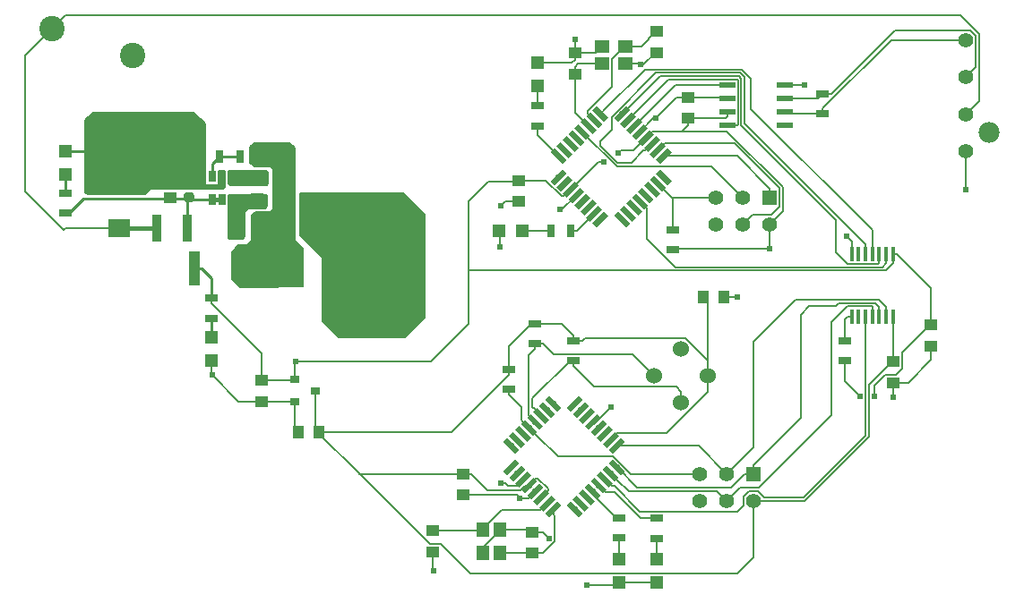
<source format=gbr>
G04 #@! TF.GenerationSoftware,KiCad,Pcbnew,5.1.4-e60b266~84~ubuntu16.04.1*
G04 #@! TF.CreationDate,2020-01-29T21:56:32-05:00*
G04 #@! TF.ProjectId,tire_temp,74697265-5f74-4656-9d70-2e6b69636164,rev?*
G04 #@! TF.SameCoordinates,Original*
G04 #@! TF.FileFunction,Copper,L1,Top*
G04 #@! TF.FilePolarity,Positive*
%FSLAX46Y46*%
G04 Gerber Fmt 4.6, Leading zero omitted, Abs format (unit mm)*
G04 Created by KiCad (PCBNEW 5.1.4-e60b266~84~ubuntu16.04.1) date 2020-01-29 21:56:32*
%MOMM*%
%LPD*%
G04 APERTURE LIST*
%ADD10C,1.524000*%
%ADD11C,0.550000*%
%ADD12C,0.100000*%
%ADD13R,1.400000X1.400000*%
%ADD14C,1.400000*%
%ADD15R,1.200000X2.000000*%
%ADD16R,1.780000X3.500000*%
%ADD17R,1.250000X1.000000*%
%ADD18R,0.900000X2.500000*%
%ADD19R,0.700000X1.300000*%
%ADD20R,1.300000X0.700000*%
%ADD21R,1.000000X3.200000*%
%ADD22R,0.650000X1.060000*%
%ADD23R,1.000000X1.600000*%
%ADD24R,1.000000X1.250000*%
%ADD25R,2.159000X1.778000*%
%ADD26R,1.200000X1.200000*%
%ADD27C,0.875000*%
%ADD28R,0.900000X0.800000*%
%ADD29R,0.450000X1.450000*%
%ADD30R,1.550000X0.600000*%
%ADD31R,1.400000X1.200000*%
%ADD32R,1.200000X1.400000*%
%ADD33C,1.397000*%
%ADD34C,1.981000*%
%ADD35C,2.400000*%
%ADD36C,0.800000*%
%ADD37C,0.609600*%
%ADD38C,0.250000*%
%ADD39C,0.381000*%
%ADD40C,0.152400*%
%ADD41C,0.254000*%
G04 APERTURE END LIST*
D10*
X164846000Y-110363000D03*
X167386000Y-112903000D03*
X164846000Y-115443000D03*
X162306000Y-112903000D03*
D11*
X148811897Y-121548305D03*
D12*
G36*
X148440666Y-122308445D02*
G01*
X148051757Y-121919536D01*
X149183128Y-120788165D01*
X149572037Y-121177074D01*
X148440666Y-122308445D01*
X148440666Y-122308445D01*
G37*
D11*
X149377583Y-122113990D03*
D12*
G36*
X149006352Y-122874130D02*
G01*
X148617443Y-122485221D01*
X149748814Y-121353850D01*
X150137723Y-121742759D01*
X149006352Y-122874130D01*
X149006352Y-122874130D01*
G37*
D11*
X149943268Y-122679676D03*
D12*
G36*
X149572037Y-123439816D02*
G01*
X149183128Y-123050907D01*
X150314499Y-121919536D01*
X150703408Y-122308445D01*
X149572037Y-123439816D01*
X149572037Y-123439816D01*
G37*
D11*
X150508953Y-123245361D03*
D12*
G36*
X150137722Y-124005501D02*
G01*
X149748813Y-123616592D01*
X150880184Y-122485221D01*
X151269093Y-122874130D01*
X150137722Y-124005501D01*
X150137722Y-124005501D01*
G37*
D11*
X151074639Y-123811047D03*
D12*
G36*
X150703408Y-124571187D02*
G01*
X150314499Y-124182278D01*
X151445870Y-123050907D01*
X151834779Y-123439816D01*
X150703408Y-124571187D01*
X150703408Y-124571187D01*
G37*
D11*
X151640324Y-124376732D03*
D12*
G36*
X151269093Y-125136872D02*
G01*
X150880184Y-124747963D01*
X152011555Y-123616592D01*
X152400464Y-124005501D01*
X151269093Y-125136872D01*
X151269093Y-125136872D01*
G37*
D11*
X152206010Y-124942417D03*
D12*
G36*
X151834779Y-125702557D02*
G01*
X151445870Y-125313648D01*
X152577241Y-124182277D01*
X152966150Y-124571186D01*
X151834779Y-125702557D01*
X151834779Y-125702557D01*
G37*
D11*
X152771695Y-125508103D03*
D12*
G36*
X152400464Y-126268243D02*
G01*
X152011555Y-125879334D01*
X153142926Y-124747963D01*
X153531835Y-125136872D01*
X152400464Y-126268243D01*
X152400464Y-126268243D01*
G37*
D11*
X154822305Y-125508103D03*
D12*
G36*
X155582445Y-125879334D02*
G01*
X155193536Y-126268243D01*
X154062165Y-125136872D01*
X154451074Y-124747963D01*
X155582445Y-125879334D01*
X155582445Y-125879334D01*
G37*
D11*
X155387990Y-124942417D03*
D12*
G36*
X156148130Y-125313648D02*
G01*
X155759221Y-125702557D01*
X154627850Y-124571186D01*
X155016759Y-124182277D01*
X156148130Y-125313648D01*
X156148130Y-125313648D01*
G37*
D11*
X155953676Y-124376732D03*
D12*
G36*
X156713816Y-124747963D02*
G01*
X156324907Y-125136872D01*
X155193536Y-124005501D01*
X155582445Y-123616592D01*
X156713816Y-124747963D01*
X156713816Y-124747963D01*
G37*
D11*
X156519361Y-123811047D03*
D12*
G36*
X157279501Y-124182278D02*
G01*
X156890592Y-124571187D01*
X155759221Y-123439816D01*
X156148130Y-123050907D01*
X157279501Y-124182278D01*
X157279501Y-124182278D01*
G37*
D11*
X157085047Y-123245361D03*
D12*
G36*
X157845187Y-123616592D02*
G01*
X157456278Y-124005501D01*
X156324907Y-122874130D01*
X156713816Y-122485221D01*
X157845187Y-123616592D01*
X157845187Y-123616592D01*
G37*
D11*
X157650732Y-122679676D03*
D12*
G36*
X158410872Y-123050907D02*
G01*
X158021963Y-123439816D01*
X156890592Y-122308445D01*
X157279501Y-121919536D01*
X158410872Y-123050907D01*
X158410872Y-123050907D01*
G37*
D11*
X158216417Y-122113990D03*
D12*
G36*
X158976557Y-122485221D02*
G01*
X158587648Y-122874130D01*
X157456277Y-121742759D01*
X157845186Y-121353850D01*
X158976557Y-122485221D01*
X158976557Y-122485221D01*
G37*
D11*
X158782103Y-121548305D03*
D12*
G36*
X159542243Y-121919536D02*
G01*
X159153334Y-122308445D01*
X158021963Y-121177074D01*
X158410872Y-120788165D01*
X159542243Y-121919536D01*
X159542243Y-121919536D01*
G37*
D11*
X158782103Y-119497695D03*
D12*
G36*
X158410872Y-120257835D02*
G01*
X158021963Y-119868926D01*
X159153334Y-118737555D01*
X159542243Y-119126464D01*
X158410872Y-120257835D01*
X158410872Y-120257835D01*
G37*
D11*
X158216417Y-118932010D03*
D12*
G36*
X157845186Y-119692150D02*
G01*
X157456277Y-119303241D01*
X158587648Y-118171870D01*
X158976557Y-118560779D01*
X157845186Y-119692150D01*
X157845186Y-119692150D01*
G37*
D11*
X157650732Y-118366324D03*
D12*
G36*
X157279501Y-119126464D02*
G01*
X156890592Y-118737555D01*
X158021963Y-117606184D01*
X158410872Y-117995093D01*
X157279501Y-119126464D01*
X157279501Y-119126464D01*
G37*
D11*
X157085047Y-117800639D03*
D12*
G36*
X156713816Y-118560779D02*
G01*
X156324907Y-118171870D01*
X157456278Y-117040499D01*
X157845187Y-117429408D01*
X156713816Y-118560779D01*
X156713816Y-118560779D01*
G37*
D11*
X156519361Y-117234953D03*
D12*
G36*
X156148130Y-117995093D02*
G01*
X155759221Y-117606184D01*
X156890592Y-116474813D01*
X157279501Y-116863722D01*
X156148130Y-117995093D01*
X156148130Y-117995093D01*
G37*
D11*
X155953676Y-116669268D03*
D12*
G36*
X155582445Y-117429408D02*
G01*
X155193536Y-117040499D01*
X156324907Y-115909128D01*
X156713816Y-116298037D01*
X155582445Y-117429408D01*
X155582445Y-117429408D01*
G37*
D11*
X155387990Y-116103583D03*
D12*
G36*
X155016759Y-116863723D02*
G01*
X154627850Y-116474814D01*
X155759221Y-115343443D01*
X156148130Y-115732352D01*
X155016759Y-116863723D01*
X155016759Y-116863723D01*
G37*
D11*
X154822305Y-115537897D03*
D12*
G36*
X154451074Y-116298037D02*
G01*
X154062165Y-115909128D01*
X155193536Y-114777757D01*
X155582445Y-115166666D01*
X154451074Y-116298037D01*
X154451074Y-116298037D01*
G37*
D11*
X152771695Y-115537897D03*
D12*
G36*
X153531835Y-115909128D02*
G01*
X153142926Y-116298037D01*
X152011555Y-115166666D01*
X152400464Y-114777757D01*
X153531835Y-115909128D01*
X153531835Y-115909128D01*
G37*
D11*
X152206010Y-116103583D03*
D12*
G36*
X152966150Y-116474814D02*
G01*
X152577241Y-116863723D01*
X151445870Y-115732352D01*
X151834779Y-115343443D01*
X152966150Y-116474814D01*
X152966150Y-116474814D01*
G37*
D11*
X151640324Y-116669268D03*
D12*
G36*
X152400464Y-117040499D02*
G01*
X152011555Y-117429408D01*
X150880184Y-116298037D01*
X151269093Y-115909128D01*
X152400464Y-117040499D01*
X152400464Y-117040499D01*
G37*
D11*
X151074639Y-117234953D03*
D12*
G36*
X151834779Y-117606184D02*
G01*
X151445870Y-117995093D01*
X150314499Y-116863722D01*
X150703408Y-116474813D01*
X151834779Y-117606184D01*
X151834779Y-117606184D01*
G37*
D11*
X150508953Y-117800639D03*
D12*
G36*
X151269093Y-118171870D02*
G01*
X150880184Y-118560779D01*
X149748813Y-117429408D01*
X150137722Y-117040499D01*
X151269093Y-118171870D01*
X151269093Y-118171870D01*
G37*
D11*
X149943268Y-118366324D03*
D12*
G36*
X150703408Y-118737555D02*
G01*
X150314499Y-119126464D01*
X149183128Y-117995093D01*
X149572037Y-117606184D01*
X150703408Y-118737555D01*
X150703408Y-118737555D01*
G37*
D11*
X149377583Y-118932010D03*
D12*
G36*
X150137723Y-119303241D02*
G01*
X149748814Y-119692150D01*
X148617443Y-118560779D01*
X149006352Y-118171870D01*
X150137723Y-119303241D01*
X150137723Y-119303241D01*
G37*
D11*
X148811897Y-119497695D03*
D12*
G36*
X149572037Y-119868926D02*
G01*
X149183128Y-120257835D01*
X148051757Y-119126464D01*
X148440666Y-118737555D01*
X149572037Y-119868926D01*
X149572037Y-119868926D01*
G37*
D13*
X173228000Y-96012000D03*
D14*
X173228000Y-98552000D03*
X170688000Y-96012000D03*
X170688000Y-98552000D03*
X168148000Y-96012000D03*
X168148000Y-98552000D03*
D15*
X125869700Y-98808540D03*
X122669700Y-98808540D03*
D16*
X127622300Y-102743000D03*
X132902300Y-102743000D03*
D17*
X124764800Y-96123000D03*
X124764800Y-94123000D03*
D18*
X115313800Y-98869500D03*
X118213800Y-98869500D03*
D19*
X125087420Y-92120720D03*
X123187420Y-92120720D03*
X119301220Y-92105480D03*
X121201220Y-92105480D03*
D20*
X120493000Y-105542000D03*
X120493000Y-107442000D03*
D21*
X125021200Y-102748080D03*
X118821200Y-102748080D03*
D22*
X122420600Y-94007800D03*
X121470600Y-94007800D03*
X120520600Y-94007800D03*
X120520600Y-96207800D03*
X122420600Y-96207800D03*
X121470600Y-96207800D03*
D23*
X127241300Y-96393000D03*
X130241300Y-96393000D03*
D24*
X127765300Y-98742500D03*
X129765300Y-98742500D03*
D25*
X111747300Y-94805500D03*
X111747300Y-98869500D03*
D26*
X120493000Y-109192000D03*
X120493000Y-111392000D03*
X106693000Y-93842000D03*
X106693000Y-91642000D03*
D20*
X106693000Y-97492000D03*
X106693000Y-95592000D03*
D17*
X116545360Y-94012000D03*
X116545360Y-96012000D03*
D12*
G36*
X118628991Y-95553553D02*
G01*
X118650226Y-95556703D01*
X118671050Y-95561919D01*
X118691262Y-95569151D01*
X118710668Y-95578330D01*
X118729081Y-95589366D01*
X118746324Y-95602154D01*
X118762230Y-95616570D01*
X118776646Y-95632476D01*
X118789434Y-95649719D01*
X118800470Y-95668132D01*
X118809649Y-95687538D01*
X118816881Y-95707750D01*
X118822097Y-95728574D01*
X118825247Y-95749809D01*
X118826300Y-95771250D01*
X118826300Y-96208750D01*
X118825247Y-96230191D01*
X118822097Y-96251426D01*
X118816881Y-96272250D01*
X118809649Y-96292462D01*
X118800470Y-96311868D01*
X118789434Y-96330281D01*
X118776646Y-96347524D01*
X118762230Y-96363430D01*
X118746324Y-96377846D01*
X118729081Y-96390634D01*
X118710668Y-96401670D01*
X118691262Y-96410849D01*
X118671050Y-96418081D01*
X118650226Y-96423297D01*
X118628991Y-96426447D01*
X118607550Y-96427500D01*
X118095050Y-96427500D01*
X118073609Y-96426447D01*
X118052374Y-96423297D01*
X118031550Y-96418081D01*
X118011338Y-96410849D01*
X117991932Y-96401670D01*
X117973519Y-96390634D01*
X117956276Y-96377846D01*
X117940370Y-96363430D01*
X117925954Y-96347524D01*
X117913166Y-96330281D01*
X117902130Y-96311868D01*
X117892951Y-96292462D01*
X117885719Y-96272250D01*
X117880503Y-96251426D01*
X117877353Y-96230191D01*
X117876300Y-96208750D01*
X117876300Y-95771250D01*
X117877353Y-95749809D01*
X117880503Y-95728574D01*
X117885719Y-95707750D01*
X117892951Y-95687538D01*
X117902130Y-95668132D01*
X117913166Y-95649719D01*
X117925954Y-95632476D01*
X117940370Y-95616570D01*
X117956276Y-95602154D01*
X117973519Y-95589366D01*
X117991932Y-95578330D01*
X118011338Y-95569151D01*
X118031550Y-95561919D01*
X118052374Y-95556703D01*
X118073609Y-95553553D01*
X118095050Y-95552500D01*
X118607550Y-95552500D01*
X118628991Y-95553553D01*
X118628991Y-95553553D01*
G37*
D27*
X118351300Y-95990000D03*
D12*
G36*
X118628991Y-93978553D02*
G01*
X118650226Y-93981703D01*
X118671050Y-93986919D01*
X118691262Y-93994151D01*
X118710668Y-94003330D01*
X118729081Y-94014366D01*
X118746324Y-94027154D01*
X118762230Y-94041570D01*
X118776646Y-94057476D01*
X118789434Y-94074719D01*
X118800470Y-94093132D01*
X118809649Y-94112538D01*
X118816881Y-94132750D01*
X118822097Y-94153574D01*
X118825247Y-94174809D01*
X118826300Y-94196250D01*
X118826300Y-94633750D01*
X118825247Y-94655191D01*
X118822097Y-94676426D01*
X118816881Y-94697250D01*
X118809649Y-94717462D01*
X118800470Y-94736868D01*
X118789434Y-94755281D01*
X118776646Y-94772524D01*
X118762230Y-94788430D01*
X118746324Y-94802846D01*
X118729081Y-94815634D01*
X118710668Y-94826670D01*
X118691262Y-94835849D01*
X118671050Y-94843081D01*
X118650226Y-94848297D01*
X118628991Y-94851447D01*
X118607550Y-94852500D01*
X118095050Y-94852500D01*
X118073609Y-94851447D01*
X118052374Y-94848297D01*
X118031550Y-94843081D01*
X118011338Y-94835849D01*
X117991932Y-94826670D01*
X117973519Y-94815634D01*
X117956276Y-94802846D01*
X117940370Y-94788430D01*
X117925954Y-94772524D01*
X117913166Y-94755281D01*
X117902130Y-94736868D01*
X117892951Y-94717462D01*
X117885719Y-94697250D01*
X117880503Y-94676426D01*
X117877353Y-94655191D01*
X117876300Y-94633750D01*
X117876300Y-94196250D01*
X117877353Y-94174809D01*
X117880503Y-94153574D01*
X117885719Y-94132750D01*
X117892951Y-94112538D01*
X117902130Y-94093132D01*
X117913166Y-94074719D01*
X117925954Y-94057476D01*
X117940370Y-94041570D01*
X117956276Y-94027154D01*
X117973519Y-94014366D01*
X117991932Y-94003330D01*
X118011338Y-93994151D01*
X118031550Y-93986919D01*
X118052374Y-93981703D01*
X118073609Y-93978553D01*
X118095050Y-93977500D01*
X118607550Y-93977500D01*
X118628991Y-93978553D01*
X118628991Y-93978553D01*
G37*
D27*
X118351300Y-94415000D03*
D17*
X149479000Y-94393000D03*
X149479000Y-96393000D03*
X144272000Y-122174000D03*
X144272000Y-124174000D03*
X125222000Y-113300000D03*
X125222000Y-115300000D03*
D24*
X128667000Y-118237000D03*
X130667000Y-118237000D03*
D17*
X154813000Y-82328000D03*
X154813000Y-84328000D03*
X162560000Y-80280000D03*
X162560000Y-82280000D03*
X188468000Y-108077000D03*
X188468000Y-110077000D03*
X165481000Y-86503000D03*
X165481000Y-88503000D03*
X184912000Y-113538000D03*
X184912000Y-111538000D03*
D24*
X166910000Y-105410000D03*
X168910000Y-105410000D03*
D17*
X150749000Y-129651000D03*
X150749000Y-127651000D03*
X141351000Y-129524000D03*
X141351000Y-127524000D03*
D26*
X151257000Y-83271000D03*
X151257000Y-85471000D03*
X147660000Y-99187000D03*
X149860000Y-99187000D03*
X159004000Y-130218000D03*
X159004000Y-132418000D03*
X162560000Y-132418000D03*
X162560000Y-130218000D03*
D14*
X166624000Y-124714000D03*
X166624000Y-122174000D03*
X169164000Y-124714000D03*
X169164000Y-122174000D03*
X171704000Y-124714000D03*
D13*
X171704000Y-122174000D03*
D20*
X151257000Y-89215000D03*
X151257000Y-87315000D03*
D19*
X154427000Y-99187000D03*
X152527000Y-99187000D03*
D20*
X159004000Y-128204000D03*
X159004000Y-126304000D03*
X162560000Y-128270000D03*
X162560000Y-126370000D03*
X164084000Y-100960000D03*
X164084000Y-99060000D03*
X151003000Y-109855000D03*
X151003000Y-107955000D03*
X180340000Y-109540000D03*
X180340000Y-111440000D03*
X154686000Y-109540000D03*
X154686000Y-111440000D03*
X178247000Y-88072000D03*
X178247000Y-86172000D03*
X148590000Y-114173000D03*
X148590000Y-112273000D03*
D28*
X128302000Y-115350000D03*
X128302000Y-113250000D03*
X130302000Y-114300000D03*
D11*
X163227103Y-92065695D03*
D12*
G36*
X163598334Y-91305555D02*
G01*
X163987243Y-91694464D01*
X162855872Y-92825835D01*
X162466963Y-92436926D01*
X163598334Y-91305555D01*
X163598334Y-91305555D01*
G37*
D11*
X162661417Y-91500010D03*
D12*
G36*
X163032648Y-90739870D02*
G01*
X163421557Y-91128779D01*
X162290186Y-92260150D01*
X161901277Y-91871241D01*
X163032648Y-90739870D01*
X163032648Y-90739870D01*
G37*
D11*
X162095732Y-90934324D03*
D12*
G36*
X162466963Y-90174184D02*
G01*
X162855872Y-90563093D01*
X161724501Y-91694464D01*
X161335592Y-91305555D01*
X162466963Y-90174184D01*
X162466963Y-90174184D01*
G37*
D11*
X161530047Y-90368639D03*
D12*
G36*
X161901278Y-89608499D02*
G01*
X162290187Y-89997408D01*
X161158816Y-91128779D01*
X160769907Y-90739870D01*
X161901278Y-89608499D01*
X161901278Y-89608499D01*
G37*
D11*
X160964361Y-89802953D03*
D12*
G36*
X161335592Y-89042813D02*
G01*
X161724501Y-89431722D01*
X160593130Y-90563093D01*
X160204221Y-90174184D01*
X161335592Y-89042813D01*
X161335592Y-89042813D01*
G37*
D11*
X160398676Y-89237268D03*
D12*
G36*
X160769907Y-88477128D02*
G01*
X161158816Y-88866037D01*
X160027445Y-89997408D01*
X159638536Y-89608499D01*
X160769907Y-88477128D01*
X160769907Y-88477128D01*
G37*
D11*
X159832990Y-88671583D03*
D12*
G36*
X160204221Y-87911443D02*
G01*
X160593130Y-88300352D01*
X159461759Y-89431723D01*
X159072850Y-89042814D01*
X160204221Y-87911443D01*
X160204221Y-87911443D01*
G37*
D11*
X159267305Y-88105897D03*
D12*
G36*
X159638536Y-87345757D02*
G01*
X160027445Y-87734666D01*
X158896074Y-88866037D01*
X158507165Y-88477128D01*
X159638536Y-87345757D01*
X159638536Y-87345757D01*
G37*
D11*
X157216695Y-88105897D03*
D12*
G36*
X156456555Y-87734666D02*
G01*
X156845464Y-87345757D01*
X157976835Y-88477128D01*
X157587926Y-88866037D01*
X156456555Y-87734666D01*
X156456555Y-87734666D01*
G37*
D11*
X156651010Y-88671583D03*
D12*
G36*
X155890870Y-88300352D02*
G01*
X156279779Y-87911443D01*
X157411150Y-89042814D01*
X157022241Y-89431723D01*
X155890870Y-88300352D01*
X155890870Y-88300352D01*
G37*
D11*
X156085324Y-89237268D03*
D12*
G36*
X155325184Y-88866037D02*
G01*
X155714093Y-88477128D01*
X156845464Y-89608499D01*
X156456555Y-89997408D01*
X155325184Y-88866037D01*
X155325184Y-88866037D01*
G37*
D11*
X155519639Y-89802953D03*
D12*
G36*
X154759499Y-89431722D02*
G01*
X155148408Y-89042813D01*
X156279779Y-90174184D01*
X155890870Y-90563093D01*
X154759499Y-89431722D01*
X154759499Y-89431722D01*
G37*
D11*
X154953953Y-90368639D03*
D12*
G36*
X154193813Y-89997408D02*
G01*
X154582722Y-89608499D01*
X155714093Y-90739870D01*
X155325184Y-91128779D01*
X154193813Y-89997408D01*
X154193813Y-89997408D01*
G37*
D11*
X154388268Y-90934324D03*
D12*
G36*
X153628128Y-90563093D02*
G01*
X154017037Y-90174184D01*
X155148408Y-91305555D01*
X154759499Y-91694464D01*
X153628128Y-90563093D01*
X153628128Y-90563093D01*
G37*
D11*
X153822583Y-91500010D03*
D12*
G36*
X153062443Y-91128779D02*
G01*
X153451352Y-90739870D01*
X154582723Y-91871241D01*
X154193814Y-92260150D01*
X153062443Y-91128779D01*
X153062443Y-91128779D01*
G37*
D11*
X153256897Y-92065695D03*
D12*
G36*
X152496757Y-91694464D02*
G01*
X152885666Y-91305555D01*
X154017037Y-92436926D01*
X153628128Y-92825835D01*
X152496757Y-91694464D01*
X152496757Y-91694464D01*
G37*
D11*
X153256897Y-94116305D03*
D12*
G36*
X153628128Y-93356165D02*
G01*
X154017037Y-93745074D01*
X152885666Y-94876445D01*
X152496757Y-94487536D01*
X153628128Y-93356165D01*
X153628128Y-93356165D01*
G37*
D11*
X153822583Y-94681990D03*
D12*
G36*
X154193814Y-93921850D02*
G01*
X154582723Y-94310759D01*
X153451352Y-95442130D01*
X153062443Y-95053221D01*
X154193814Y-93921850D01*
X154193814Y-93921850D01*
G37*
D11*
X154388268Y-95247676D03*
D12*
G36*
X154759499Y-94487536D02*
G01*
X155148408Y-94876445D01*
X154017037Y-96007816D01*
X153628128Y-95618907D01*
X154759499Y-94487536D01*
X154759499Y-94487536D01*
G37*
D11*
X154953953Y-95813361D03*
D12*
G36*
X155325184Y-95053221D02*
G01*
X155714093Y-95442130D01*
X154582722Y-96573501D01*
X154193813Y-96184592D01*
X155325184Y-95053221D01*
X155325184Y-95053221D01*
G37*
D11*
X155519639Y-96379047D03*
D12*
G36*
X155890870Y-95618907D02*
G01*
X156279779Y-96007816D01*
X155148408Y-97139187D01*
X154759499Y-96750278D01*
X155890870Y-95618907D01*
X155890870Y-95618907D01*
G37*
D11*
X156085324Y-96944732D03*
D12*
G36*
X156456555Y-96184592D02*
G01*
X156845464Y-96573501D01*
X155714093Y-97704872D01*
X155325184Y-97315963D01*
X156456555Y-96184592D01*
X156456555Y-96184592D01*
G37*
D11*
X156651010Y-97510417D03*
D12*
G36*
X157022241Y-96750277D02*
G01*
X157411150Y-97139186D01*
X156279779Y-98270557D01*
X155890870Y-97881648D01*
X157022241Y-96750277D01*
X157022241Y-96750277D01*
G37*
D11*
X157216695Y-98076103D03*
D12*
G36*
X157587926Y-97315963D02*
G01*
X157976835Y-97704872D01*
X156845464Y-98836243D01*
X156456555Y-98447334D01*
X157587926Y-97315963D01*
X157587926Y-97315963D01*
G37*
D11*
X159267305Y-98076103D03*
D12*
G36*
X158507165Y-97704872D02*
G01*
X158896074Y-97315963D01*
X160027445Y-98447334D01*
X159638536Y-98836243D01*
X158507165Y-97704872D01*
X158507165Y-97704872D01*
G37*
D11*
X159832990Y-97510417D03*
D12*
G36*
X159072850Y-97139186D02*
G01*
X159461759Y-96750277D01*
X160593130Y-97881648D01*
X160204221Y-98270557D01*
X159072850Y-97139186D01*
X159072850Y-97139186D01*
G37*
D11*
X160398676Y-96944732D03*
D12*
G36*
X159638536Y-96573501D02*
G01*
X160027445Y-96184592D01*
X161158816Y-97315963D01*
X160769907Y-97704872D01*
X159638536Y-96573501D01*
X159638536Y-96573501D01*
G37*
D11*
X160964361Y-96379047D03*
D12*
G36*
X160204221Y-96007816D02*
G01*
X160593130Y-95618907D01*
X161724501Y-96750278D01*
X161335592Y-97139187D01*
X160204221Y-96007816D01*
X160204221Y-96007816D01*
G37*
D11*
X161530047Y-95813361D03*
D12*
G36*
X160769907Y-95442130D02*
G01*
X161158816Y-95053221D01*
X162290187Y-96184592D01*
X161901278Y-96573501D01*
X160769907Y-95442130D01*
X160769907Y-95442130D01*
G37*
D11*
X162095732Y-95247676D03*
D12*
G36*
X161335592Y-94876445D02*
G01*
X161724501Y-94487536D01*
X162855872Y-95618907D01*
X162466963Y-96007816D01*
X161335592Y-94876445D01*
X161335592Y-94876445D01*
G37*
D11*
X162661417Y-94681990D03*
D12*
G36*
X161901277Y-94310759D02*
G01*
X162290186Y-93921850D01*
X163421557Y-95053221D01*
X163032648Y-95442130D01*
X161901277Y-94310759D01*
X161901277Y-94310759D01*
G37*
D11*
X163227103Y-94116305D03*
D12*
G36*
X162466963Y-93745074D02*
G01*
X162855872Y-93356165D01*
X163987243Y-94487536D01*
X163598334Y-94876445D01*
X162466963Y-93745074D01*
X162466963Y-93745074D01*
G37*
D29*
X184875000Y-101346000D03*
X184225000Y-101346000D03*
X183575000Y-101346000D03*
X182925000Y-101346000D03*
X182275000Y-101346000D03*
X181625000Y-101346000D03*
X180975000Y-101346000D03*
X180975000Y-107246000D03*
X181625000Y-107246000D03*
X182275000Y-107246000D03*
X182925000Y-107246000D03*
X183575000Y-107246000D03*
X184225000Y-107246000D03*
X184875000Y-107246000D03*
D30*
X169225000Y-85344000D03*
X169225000Y-86614000D03*
X169225000Y-87884000D03*
X169225000Y-89154000D03*
X174625000Y-89154000D03*
X174625000Y-87884000D03*
X174625000Y-86614000D03*
X174625000Y-85344000D03*
D31*
X157396000Y-81750000D03*
X159596000Y-81750000D03*
X159596000Y-83350000D03*
X157396000Y-83350000D03*
D32*
X147739000Y-129624000D03*
X147739000Y-127424000D03*
X146139000Y-127424000D03*
X146139000Y-129624000D03*
D33*
X191770000Y-88110000D03*
X191770000Y-91610000D03*
D34*
X194000000Y-89860000D03*
D33*
X191770000Y-84610000D03*
X191770000Y-81110000D03*
D35*
X113030000Y-82550000D03*
X105410000Y-80010000D03*
D36*
X137812780Y-101541580D03*
X137777220Y-98206560D03*
X137812780Y-106377740D03*
X137812780Y-104277160D03*
X118498620Y-89347040D03*
X115669060Y-89334340D03*
X112699800Y-89372440D03*
X109545120Y-89372440D03*
X109481620Y-91170760D03*
X109468920Y-94051120D03*
X134947660Y-107731560D03*
D37*
X120523000Y-112776000D03*
X147701000Y-100711000D03*
X161036000Y-83439000D03*
X154813000Y-81026000D03*
X152400000Y-128270000D03*
X147828000Y-96774000D03*
X176530000Y-85344000D03*
X141478000Y-131318000D03*
X155956000Y-132715000D03*
X162433000Y-88519000D03*
X170180000Y-105410000D03*
X184912000Y-114935000D03*
X180467000Y-99695000D03*
X158242000Y-115824000D03*
X149606000Y-124460000D03*
X147828000Y-123063000D03*
X153416000Y-97155000D03*
X191770000Y-95250000D03*
X173228000Y-100838000D03*
X128397000Y-111506000D03*
X158877000Y-91821000D03*
X157576172Y-92613828D03*
X183113210Y-114808000D03*
X181741600Y-114808000D03*
D38*
X137812780Y-106377740D02*
X137914380Y-106479340D01*
D39*
X112737900Y-89334340D02*
X112699800Y-89372440D01*
X109545120Y-91107260D02*
X109481620Y-91170760D01*
X110992920Y-94051120D02*
X111747300Y-94805500D01*
D40*
X111556800Y-94805500D02*
X111747300Y-94805500D01*
D41*
X136611360Y-102743000D02*
X137812780Y-101541580D01*
X132902300Y-102743000D02*
X136611360Y-102743000D01*
X118048120Y-94505680D02*
X118351300Y-94202500D01*
X116545360Y-94505680D02*
X118048120Y-94505680D01*
X118476300Y-94202500D02*
X118351300Y-94202500D01*
X119301220Y-93377580D02*
X118476300Y-94202500D01*
X119301220Y-92105480D02*
X119301220Y-93377580D01*
X119301220Y-90149640D02*
X118498620Y-89347040D01*
X119301220Y-92105480D02*
X119301220Y-90149640D01*
X109010380Y-91642000D02*
X109481620Y-91170760D01*
X106693000Y-91642000D02*
X109010380Y-91642000D01*
X130241300Y-98266500D02*
X129765300Y-98742500D01*
X130241300Y-96393000D02*
X130241300Y-98266500D01*
X132902300Y-102004500D02*
X132902300Y-102743000D01*
X129765300Y-98867500D02*
X132902300Y-102004500D01*
X129765300Y-98742500D02*
X129765300Y-98867500D01*
X121470600Y-94791800D02*
X121470600Y-94007800D01*
X121445199Y-94817201D02*
X121470600Y-94791800D01*
X119845001Y-94817201D02*
X121445199Y-94817201D01*
X119230300Y-94202500D02*
X119845001Y-94817201D01*
X118351300Y-94202500D02*
X119230300Y-94202500D01*
X110223300Y-94805500D02*
X109468920Y-94051120D01*
X111747300Y-94805500D02*
X110223300Y-94805500D01*
D40*
X120493000Y-112746000D02*
X120523000Y-112776000D01*
X120493000Y-111392000D02*
X120493000Y-112746000D01*
X125272000Y-115350000D02*
X125222000Y-115300000D01*
X128302000Y-115350000D02*
X125272000Y-115350000D01*
X128302000Y-117872000D02*
X128667000Y-118237000D01*
X128302000Y-115350000D02*
X128302000Y-117872000D01*
X123047000Y-115300000D02*
X120523000Y-112776000D01*
X125222000Y-115300000D02*
X123047000Y-115300000D01*
X147701000Y-99228000D02*
X147701000Y-100711000D01*
X149752000Y-96120000D02*
X149479000Y-96393000D01*
X157353000Y-81707000D02*
X157396000Y-81750000D01*
X160947000Y-83350000D02*
X161036000Y-83439000D01*
X159596000Y-83350000D02*
X160947000Y-83350000D01*
X154813000Y-81026000D02*
X154813000Y-82328000D01*
X161052000Y-83423000D02*
X161036000Y-83439000D01*
X141351000Y-129524000D02*
X141476000Y-129524000D01*
X158707000Y-132715000D02*
X159004000Y-132418000D01*
X156718000Y-132715000D02*
X158707000Y-132715000D01*
X169114000Y-86503000D02*
X169225000Y-86614000D01*
X165481000Y-86503000D02*
X169114000Y-86503000D01*
X148209000Y-96393000D02*
X147828000Y-96774000D01*
X149479000Y-96393000D02*
X148209000Y-96393000D01*
X175552400Y-85344000D02*
X176530000Y-85344000D01*
X174625000Y-85344000D02*
X175552400Y-85344000D01*
X141351000Y-131191000D02*
X141478000Y-131318000D01*
X141351000Y-129524000D02*
X141351000Y-131191000D01*
X147739000Y-127524000D02*
X147739000Y-127424000D01*
X146139000Y-129124000D02*
X147739000Y-127524000D01*
X146139000Y-129624000D02*
X146139000Y-129124000D01*
X156718000Y-132715000D02*
X155956000Y-132715000D01*
X144272000Y-124174000D02*
X149066000Y-124174000D01*
X156818000Y-82328000D02*
X157396000Y-81750000D01*
X154813000Y-82328000D02*
X156818000Y-82328000D01*
X154813000Y-82980400D02*
X154813000Y-82328000D01*
X154522400Y-83271000D02*
X154813000Y-82980400D01*
X151257000Y-83271000D02*
X154522400Y-83271000D01*
X162248314Y-88519000D02*
X162433000Y-88519000D01*
X160964361Y-89802953D02*
X162248314Y-88519000D01*
X184912000Y-113538000D02*
X184912000Y-114935000D01*
X188468000Y-110077000D02*
X188468000Y-111379000D01*
X180975000Y-100203000D02*
X180975000Y-101346000D01*
X180467000Y-99695000D02*
X180975000Y-100203000D01*
X156831047Y-117234953D02*
X156519361Y-117234953D01*
X158242000Y-115824000D02*
X156831047Y-117234953D01*
X149301201Y-124155201D02*
X149606000Y-124460000D01*
X149084799Y-124155201D02*
X149301201Y-124155201D01*
X149066000Y-124174000D02*
X149084799Y-124155201D01*
X150425686Y-124460000D02*
X149606000Y-124460000D01*
X151074639Y-123811047D02*
X150425686Y-124460000D01*
X148259052Y-123063000D02*
X147828000Y-123063000D01*
X148512123Y-123316071D02*
X148259052Y-123063000D01*
X149306873Y-123316071D02*
X148512123Y-123316071D01*
X149943268Y-122679676D02*
X149306873Y-123316071D01*
X153612314Y-97155000D02*
X153416000Y-97155000D01*
X154953953Y-95813361D02*
X153612314Y-97155000D01*
X150522000Y-127424000D02*
X150749000Y-127651000D01*
X147739000Y-127424000D02*
X150522000Y-127424000D01*
X151781000Y-127651000D02*
X152400000Y-128270000D01*
X150749000Y-127651000D02*
X151781000Y-127651000D01*
X162560000Y-132418000D02*
X159004000Y-132418000D01*
X191770000Y-91610000D02*
X191770000Y-95250000D01*
X165481000Y-86503000D02*
X164449000Y-86503000D01*
X164449000Y-86503000D02*
X162433000Y-88519000D01*
X168910000Y-105410000D02*
X170180000Y-105410000D01*
X161276000Y-83439000D02*
X161036000Y-83439000D01*
X162435000Y-82280000D02*
X161276000Y-83439000D01*
X162560000Y-82280000D02*
X162435000Y-82280000D01*
X186309000Y-113538000D02*
X184912000Y-113538000D01*
X188468000Y-111379000D02*
X186309000Y-113538000D01*
D39*
X111699660Y-98917140D02*
X111747300Y-98869500D01*
X111579660Y-99037140D02*
X111747300Y-98869500D01*
X111747300Y-98869500D02*
X115313800Y-98869500D01*
D40*
X106659018Y-98869500D02*
X106468518Y-99060000D01*
X111747300Y-98869500D02*
X106659018Y-98869500D01*
X106468518Y-99060000D02*
X102870000Y-95461482D01*
X102870000Y-82550000D02*
X105410000Y-80010000D01*
X102870000Y-95461482D02*
X102870000Y-82550000D01*
X106609999Y-78810001D02*
X105410000Y-80010000D01*
X106646601Y-78773399D02*
X106609999Y-78810001D01*
X191770000Y-88110000D02*
X193001911Y-86878089D01*
X193001911Y-86878089D02*
X193001911Y-80538735D01*
X193001911Y-80538735D02*
X191236575Y-78773399D01*
X191236575Y-78773399D02*
X106646601Y-78773399D01*
D41*
X120493000Y-103665880D02*
X120493000Y-104938000D01*
X119575200Y-102748080D02*
X120493000Y-103665880D01*
X120493000Y-104938000D02*
X120493000Y-105542000D01*
X118821200Y-102748080D02*
X119575200Y-102748080D01*
D40*
X125222000Y-112647600D02*
X125222000Y-113300000D01*
X125222000Y-110773400D02*
X125222000Y-112647600D01*
X120493000Y-106044400D02*
X125222000Y-110773400D01*
X120493000Y-105542000D02*
X120493000Y-106044400D01*
X128252000Y-113300000D02*
X128302000Y-113250000D01*
X125222000Y-113300000D02*
X128252000Y-113300000D01*
X169225000Y-88336400D02*
X169225000Y-87884000D01*
X169058400Y-88503000D02*
X169225000Y-88336400D01*
X165481000Y-88503000D02*
X169058400Y-88503000D01*
X188058000Y-108077000D02*
X188468000Y-108077000D01*
X128302000Y-111601000D02*
X128397000Y-111506000D01*
X128302000Y-113250000D02*
X128302000Y-111601000D01*
X153569988Y-95884071D02*
X153751873Y-95884071D01*
X152078917Y-94393000D02*
X153569988Y-95884071D01*
X153751873Y-95884071D02*
X154388268Y-95247676D01*
X149479000Y-94393000D02*
X152078917Y-94393000D01*
X149384000Y-94488000D02*
X149479000Y-94393000D01*
X147447000Y-94488000D02*
X149384000Y-94488000D01*
X173228000Y-98552000D02*
X173228000Y-100838000D01*
X184912000Y-101309000D02*
X184875000Y-101346000D01*
X147015948Y-94488000D02*
X147447000Y-94488000D01*
X146671610Y-94488000D02*
X147015948Y-94488000D01*
X128397000Y-111506000D02*
X141224000Y-111506000D01*
X141224000Y-111506000D02*
X144780000Y-107950000D01*
X144780000Y-96379610D02*
X146671610Y-94488000D01*
X165481000Y-88503000D02*
X165481000Y-89155400D01*
X165481000Y-89155400D02*
X164904156Y-89732244D01*
X164904156Y-89732244D02*
X164140756Y-89732244D01*
X161530047Y-90368639D02*
X162166442Y-89732244D01*
X162166442Y-89732244D02*
X164140756Y-89732244D01*
X164140756Y-89732244D02*
X169190792Y-89732244D01*
X173927999Y-97852001D02*
X173228000Y-98552000D01*
X174461411Y-95002863D02*
X174461411Y-97318589D01*
X174461411Y-97318589D02*
X173927999Y-97852001D01*
X169190792Y-89732244D02*
X174461411Y-95002863D01*
X164206000Y-100838000D02*
X164084000Y-100960000D01*
X173228000Y-100838000D02*
X164206000Y-100838000D01*
X188468000Y-108077000D02*
X188343000Y-108077000D01*
X144780000Y-107950000D02*
X144780000Y-102870000D01*
X144780000Y-102870000D02*
X144780000Y-96379610D01*
X180340000Y-111440000D02*
X180340000Y-113030000D01*
X161530047Y-90368639D02*
X160458686Y-91440000D01*
X184875000Y-102223400D02*
X184875000Y-101346000D01*
X184189180Y-102909220D02*
X184875000Y-102223400D01*
X144819220Y-102909220D02*
X184189180Y-102909220D01*
X144780000Y-102870000D02*
X144819220Y-102909220D01*
X157022116Y-92613828D02*
X157576172Y-92613828D01*
X154388268Y-95247676D02*
X157022116Y-92613828D01*
X159181799Y-91516201D02*
X160070799Y-91516201D01*
X160893652Y-91005034D02*
X161530047Y-90368639D01*
X160382485Y-91516201D02*
X160893652Y-91005034D01*
X159181799Y-91516201D02*
X160382485Y-91516201D01*
X158877000Y-91821000D02*
X159181799Y-91516201D01*
X188468000Y-107424600D02*
X188468000Y-108077000D01*
X188468000Y-104561600D02*
X188468000Y-107424600D01*
X185252400Y-101346000D02*
X188468000Y-104561600D01*
X184875000Y-101346000D02*
X185252400Y-101346000D01*
X183113210Y-113800308D02*
X183113210Y-114808000D01*
X184104119Y-112809399D02*
X183113210Y-113800308D01*
X188343000Y-108077000D02*
X185765601Y-110654399D01*
X185765601Y-110654399D02*
X185765601Y-112220881D01*
X185765601Y-112220881D02*
X185177083Y-112809399D01*
X185177083Y-112809399D02*
X184104119Y-112809399D01*
X180340000Y-113406400D02*
X180340000Y-113030000D01*
X181741600Y-114808000D02*
X180340000Y-113406400D01*
D39*
X120520600Y-96207800D02*
X121470600Y-96207800D01*
D41*
X118229480Y-96080680D02*
X118351300Y-96202500D01*
X116545360Y-96080680D02*
X118229480Y-96080680D01*
X120515300Y-96202500D02*
X120520600Y-96207800D01*
X118351300Y-96202500D02*
X120515300Y-96202500D01*
X118213800Y-96340000D02*
X118351300Y-96202500D01*
X118213800Y-98869500D02*
X118213800Y-96340000D01*
X106693000Y-97492000D02*
X106993000Y-97492000D01*
X115970360Y-96080680D02*
X116545360Y-96080680D01*
X106993000Y-97492000D02*
X108404320Y-96080680D01*
X108404320Y-96080680D02*
X115970360Y-96080680D01*
D38*
X122420600Y-98559440D02*
X122669700Y-98808540D01*
D41*
X124680000Y-96207800D02*
X124764800Y-96123000D01*
X122420600Y-96207800D02*
X124680000Y-96207800D01*
X122669700Y-98808540D02*
X122669700Y-96456900D01*
X122669700Y-96456900D02*
X122420600Y-96207800D01*
X124649600Y-94007800D02*
X124764800Y-94123000D01*
X122420600Y-94007800D02*
X124649600Y-94007800D01*
D38*
X125087420Y-92120720D02*
X125087420Y-91820720D01*
X125026280Y-102743000D02*
X125021200Y-102748080D01*
X127675640Y-98808540D02*
X127764540Y-98719640D01*
X127764540Y-102600760D02*
X127622300Y-102743000D01*
D41*
X127617220Y-102748080D02*
X127622300Y-102743000D01*
X125021200Y-102748080D02*
X127617220Y-102748080D01*
X127765300Y-102600000D02*
X127622300Y-102743000D01*
X127765300Y-98742500D02*
X127765300Y-102600000D01*
X127699260Y-98808540D02*
X127765300Y-98742500D01*
X125869700Y-98808540D02*
X127699260Y-98808540D01*
X127241300Y-98218500D02*
X127765300Y-98742500D01*
X127241300Y-96393000D02*
X127241300Y-98218500D01*
X125691420Y-92120720D02*
X125087420Y-92120720D01*
X127241300Y-93670600D02*
X125691420Y-92120720D01*
X127241300Y-96393000D02*
X127241300Y-93670600D01*
X106693000Y-93842000D02*
X106693000Y-95592000D01*
X120493000Y-107442000D02*
X120493000Y-109192000D01*
X123172180Y-92105480D02*
X123187420Y-92120720D01*
X121201220Y-92105480D02*
X123172180Y-92105480D01*
X120520600Y-92786100D02*
X120520600Y-94007800D01*
X121201220Y-92105480D02*
X120520600Y-92786100D01*
D40*
X130302000Y-117872000D02*
X130667000Y-118237000D01*
X130302000Y-114300000D02*
X130302000Y-117872000D01*
X144272000Y-122174000D02*
X145049400Y-122174000D01*
X150089797Y-123245361D02*
X150508953Y-123245361D01*
X146543826Y-123668426D02*
X149666732Y-123668426D01*
X149666732Y-123668426D02*
X150089797Y-123245361D01*
X145049400Y-122174000D02*
X146543826Y-123668426D01*
X184505000Y-111945000D02*
X184912000Y-111538000D01*
X143494600Y-122174000D02*
X144272000Y-122174000D01*
X130667000Y-118237000D02*
X130667000Y-118362000D01*
X148590000Y-112775400D02*
X148590000Y-112273000D01*
X143128400Y-118237000D02*
X148590000Y-112775400D01*
X130667000Y-118237000D02*
X143128400Y-118237000D01*
X150703000Y-107955000D02*
X151003000Y-107955000D01*
X148590000Y-110068000D02*
X150703000Y-107955000D01*
X148590000Y-112273000D02*
X148590000Y-110068000D01*
X154686000Y-109037600D02*
X154686000Y-109540000D01*
X153603400Y-107955000D02*
X154686000Y-109037600D01*
X151003000Y-107955000D02*
X153603400Y-107955000D01*
X158852812Y-118295615D02*
X158216417Y-118932010D01*
X163459475Y-118295615D02*
X158852812Y-118295615D01*
X167386000Y-114369090D02*
X163459475Y-118295615D01*
X167386000Y-112903000D02*
X167386000Y-114369090D01*
X144147000Y-122174000D02*
X144272000Y-122174000D01*
X130667000Y-118362000D02*
X134359000Y-122054000D01*
X152276719Y-123740337D02*
X151640324Y-124376732D01*
X152276719Y-123558451D02*
X152276719Y-123740337D01*
X151327234Y-122608966D02*
X152276719Y-123558451D01*
X151145348Y-122608966D02*
X151327234Y-122608966D01*
X150508953Y-123245361D02*
X151145348Y-122608966D01*
X167386000Y-112903000D02*
X167386000Y-111436910D01*
X155488400Y-109540000D02*
X154686000Y-109540000D01*
X167386000Y-111436910D02*
X165225489Y-109276399D01*
X165225489Y-109276399D02*
X155752001Y-109276399D01*
X155752001Y-109276399D02*
X155488400Y-109540000D01*
X134359000Y-122054000D02*
X134422500Y-122117500D01*
X134422500Y-122117500D02*
X134479000Y-122174000D01*
X134479000Y-122174000D02*
X143494600Y-122174000D01*
X167386000Y-105886000D02*
X166910000Y-105410000D01*
X167386000Y-112903000D02*
X167386000Y-105886000D01*
X184875000Y-111501000D02*
X184912000Y-111538000D01*
X184875000Y-107246000D02*
X184875000Y-111501000D01*
X184912000Y-111538000D02*
X185037000Y-111538000D01*
X172693949Y-124714000D02*
X171704000Y-124714000D01*
X176498406Y-124714000D02*
X172693949Y-124714000D01*
X182579809Y-118632597D02*
X176498406Y-124714000D01*
X182579810Y-113745190D02*
X182579809Y-118632597D01*
X184787000Y-111538000D02*
X182579810Y-113745190D01*
X184912000Y-111538000D02*
X184787000Y-111538000D01*
X171704000Y-130082798D02*
X171704000Y-124714000D01*
X170197399Y-131589399D02*
X171704000Y-130082798D01*
X144952881Y-131589399D02*
X170197399Y-131589399D01*
X141100399Y-128795399D02*
X142158881Y-128795399D01*
X134422500Y-122117500D02*
X141100399Y-128795399D01*
X142158881Y-128795399D02*
X144952881Y-131589399D01*
X155575000Y-88708000D02*
X155442000Y-88841000D01*
X154813000Y-87964944D02*
X154813000Y-84328000D01*
X156085324Y-89237268D02*
X154813000Y-87964944D01*
X154813000Y-83675600D02*
X154813000Y-84328000D01*
X155138600Y-83350000D02*
X154813000Y-83675600D01*
X157396000Y-83350000D02*
X155138600Y-83350000D01*
X156014615Y-88035188D02*
X156651010Y-88671583D01*
X156014615Y-87853301D02*
X156014615Y-88035188D01*
X158324601Y-82909917D02*
X158324601Y-85543315D01*
X158324601Y-85543315D02*
X156014615Y-87853301D01*
X159484518Y-81750000D02*
X158324601Y-82909917D01*
X159596000Y-81750000D02*
X159484518Y-81750000D01*
X162435000Y-80280000D02*
X162560000Y-80280000D01*
X161782600Y-80932400D02*
X162435000Y-80280000D01*
X161782600Y-81057400D02*
X161782600Y-80932400D01*
X161090000Y-81750000D02*
X161782600Y-81057400D01*
X159596000Y-81750000D02*
X161090000Y-81750000D01*
X147739000Y-129624000D02*
X150722000Y-129624000D01*
X150874000Y-129651000D02*
X150749000Y-129651000D01*
X152771695Y-125997012D02*
X152771695Y-125508103D01*
X152933401Y-126158718D02*
X152771695Y-125997012D01*
X152933401Y-128526033D02*
X152933401Y-126158718D01*
X151808434Y-129651000D02*
X152933401Y-128526033D01*
X150749000Y-129651000D02*
X151808434Y-129651000D01*
X146039000Y-127524000D02*
X146139000Y-127424000D01*
X141351000Y-127524000D02*
X146039000Y-127524000D01*
X151569615Y-125578812D02*
X152206010Y-124942417D01*
X147884188Y-125578812D02*
X151569615Y-125578812D01*
X146139000Y-127324000D02*
X147884188Y-125578812D01*
X146139000Y-127424000D02*
X146139000Y-127324000D01*
X151257000Y-85471000D02*
X151257000Y-87315000D01*
X152527000Y-99187000D02*
X149860000Y-99187000D01*
X159004000Y-128204000D02*
X159004000Y-130218000D01*
X162560000Y-128270000D02*
X162560000Y-130218000D01*
X149872558Y-117164244D02*
X150508953Y-117800639D01*
X149733000Y-117024686D02*
X149872558Y-117164244D01*
X149733000Y-115818400D02*
X149733000Y-117024686D01*
X148590000Y-114675400D02*
X149733000Y-115818400D01*
X148590000Y-114173000D02*
X148590000Y-114675400D01*
X158432457Y-120486445D02*
X153194759Y-120486445D01*
X151145348Y-118437034D02*
X150508953Y-117800639D01*
X153194759Y-120486445D02*
X151145348Y-118437034D01*
X160120012Y-122174000D02*
X158432457Y-120486445D01*
X166624000Y-122174000D02*
X160120012Y-122174000D01*
X166487695Y-119497695D02*
X158782103Y-119497695D01*
X169164000Y-122174000D02*
X166487695Y-119497695D01*
X171670601Y-119667399D02*
X169164000Y-122174000D01*
X171670601Y-109685917D02*
X171670601Y-119667399D01*
X184225000Y-106368600D02*
X183539180Y-105682780D01*
X183539180Y-105682780D02*
X175673738Y-105682780D01*
X184225000Y-107246000D02*
X184225000Y-106368600D01*
X175673738Y-105682780D02*
X171670601Y-109685917D01*
X158782103Y-121548305D02*
X160714387Y-123480589D01*
X160714387Y-123480589D02*
X169545011Y-123480589D01*
X170851600Y-122174000D02*
X171704000Y-122174000D01*
X169545011Y-123480589D02*
X170851600Y-122174000D01*
X171704000Y-121321600D02*
X171704000Y-122174000D01*
X176158601Y-116866999D02*
X171704000Y-121321600D01*
X176158601Y-107097917D02*
X176158601Y-116866999D01*
X176964119Y-106292399D02*
X176158601Y-107097917D01*
X176964119Y-106292399D02*
X179457601Y-106292399D01*
X183575000Y-106368600D02*
X183575000Y-107246000D01*
X183193989Y-105987589D02*
X183575000Y-106368600D01*
X179762411Y-105987589D02*
X183193989Y-105987589D01*
X179457601Y-106292399D02*
X179762411Y-105987589D01*
X173228000Y-96012000D02*
X173228000Y-95159600D01*
X173228000Y-95159600D02*
X170134095Y-92065695D01*
X163716012Y-92065695D02*
X163227103Y-92065695D01*
X170134095Y-92065695D02*
X163716012Y-92065695D01*
X167730445Y-93054445D02*
X170688000Y-96012000D01*
X161888445Y-93054445D02*
X167730445Y-93054445D01*
X161851890Y-93091000D02*
X161888445Y-93054445D01*
X158807686Y-93091000D02*
X161851890Y-93091000D01*
X155519639Y-89802953D02*
X158807686Y-93091000D01*
X162689000Y-91694000D02*
X162492000Y-91891000D01*
X162661417Y-91500010D02*
X163297812Y-90863615D01*
X169891097Y-90863615D02*
X174156601Y-95129119D01*
X163297812Y-90863615D02*
X169891097Y-90863615D01*
X174156601Y-95129119D02*
X174156601Y-96894881D01*
X171616601Y-97623399D02*
X171387999Y-97852001D01*
X174156601Y-96894881D02*
X173428083Y-97623399D01*
X173428083Y-97623399D02*
X171616601Y-97623399D01*
X171387999Y-97852001D02*
X170688000Y-98552000D01*
X164052000Y-99028000D02*
X164084000Y-99060000D01*
X164052000Y-96071000D02*
X164052000Y-99028000D01*
X163991427Y-96012000D02*
X162661417Y-94681990D01*
X168148000Y-96012000D02*
X163991427Y-96012000D01*
X151257000Y-90065798D02*
X153256897Y-92065695D01*
X151257000Y-89215000D02*
X151257000Y-90065798D01*
X154586000Y-99028000D02*
X154427000Y-99187000D01*
X154974427Y-99187000D02*
X154427000Y-99187000D01*
X156651010Y-97510417D02*
X154974427Y-99187000D01*
X158704000Y-126304000D02*
X156519361Y-124119361D01*
X156519361Y-124119361D02*
X156519361Y-123811047D01*
X159004000Y-126304000D02*
X158704000Y-126304000D01*
X162494000Y-126304000D02*
X162560000Y-126370000D01*
X157085047Y-123245361D02*
X157721442Y-123881756D01*
X157721442Y-123881756D02*
X158573356Y-123881756D01*
X158573356Y-123881756D02*
X160995600Y-126304000D01*
X160995600Y-126304000D02*
X162494000Y-126304000D01*
X151003000Y-110357400D02*
X151003000Y-109855000D01*
X150438244Y-110922156D02*
X151003000Y-110357400D01*
X150438244Y-116598558D02*
X150438244Y-110922156D01*
X151074639Y-117234953D02*
X150438244Y-116598558D01*
X161544001Y-112141001D02*
X162306000Y-112903000D01*
X160264399Y-110861399D02*
X161544001Y-112141001D01*
X152811799Y-110861399D02*
X160264399Y-110861399D01*
X151805400Y-109855000D02*
X152811799Y-110861399D01*
X151003000Y-109855000D02*
X151805400Y-109855000D01*
X180917000Y-107188000D02*
X180975000Y-107246000D01*
X180340000Y-109037600D02*
X180340000Y-109540000D01*
X180340000Y-107503600D02*
X180340000Y-109037600D01*
X180597600Y-107246000D02*
X180340000Y-107503600D01*
X180975000Y-107246000D02*
X180597600Y-107246000D01*
X150798103Y-115827047D02*
X151003929Y-116032873D01*
X151003929Y-116032873D02*
X151640324Y-116669268D01*
X150798103Y-115027897D02*
X150798103Y-115827047D01*
X154386000Y-111440000D02*
X150798103Y-115027897D01*
X154686000Y-111440000D02*
X154386000Y-111440000D01*
X164846000Y-114365370D02*
X164846000Y-115443000D01*
X154686000Y-111440000D02*
X154686000Y-111942400D01*
X154686000Y-111942400D02*
X156637201Y-113893601D01*
X156637201Y-113893601D02*
X164374231Y-113893601D01*
X164374231Y-113893601D02*
X164846000Y-114365370D01*
X174813000Y-88072000D02*
X174625000Y-87884000D01*
X178247000Y-88072000D02*
X174813000Y-88072000D01*
X178247000Y-87569600D02*
X178247000Y-88072000D01*
X184706600Y-81110000D02*
X178247000Y-87569600D01*
X191770000Y-81110000D02*
X184706600Y-81110000D01*
X177805000Y-86614000D02*
X178247000Y-86172000D01*
X174625000Y-86614000D02*
X177805000Y-86614000D01*
X179049400Y-86172000D02*
X178247000Y-86172000D01*
X192215009Y-80182899D02*
X185038501Y-80182899D01*
X185038501Y-80182899D02*
X179049400Y-86172000D01*
X192697101Y-80664991D02*
X192215009Y-80182899D01*
X192697101Y-83682899D02*
X192697101Y-80664991D01*
X191770000Y-84610000D02*
X192697101Y-83682899D01*
X161277451Y-91570719D02*
X161459337Y-91570719D01*
X160138170Y-92710000D02*
X161277451Y-91570719D01*
X158857752Y-92710000D02*
X160138170Y-92710000D01*
X170838219Y-89031819D02*
X170838219Y-84608605D01*
X161459337Y-91570719D02*
X162095732Y-90934324D01*
X170838219Y-84608605D02*
X170435393Y-84205779D01*
X182275000Y-101346000D02*
X182275000Y-100468600D01*
X162455209Y-84205779D02*
X158278555Y-88382433D01*
X182275000Y-100468600D02*
X170838219Y-89031819D01*
X170435393Y-84205779D02*
X162455209Y-84205779D01*
X157226000Y-90678000D02*
X157226000Y-91078248D01*
X158278555Y-88382433D02*
X158278555Y-89625445D01*
X157226000Y-91078248D02*
X158857752Y-92710000D01*
X158278555Y-89625445D02*
X157226000Y-90678000D01*
X164291944Y-85344000D02*
X160398676Y-89237268D01*
X169225000Y-85344000D02*
X164291944Y-85344000D01*
X169225000Y-89154000D02*
X169700000Y-89154000D01*
X170152400Y-89154000D02*
X169225000Y-89154000D01*
X170228601Y-89077799D02*
X170152400Y-89154000D01*
X159832990Y-88671583D02*
X163689174Y-84815399D01*
X170228601Y-84861119D02*
X170228601Y-89077799D01*
X163689174Y-84815399D02*
X170182881Y-84815399D01*
X170182881Y-84815399D02*
X170228601Y-84861119D01*
X159903700Y-87469502D02*
X159267305Y-88105897D01*
X170309137Y-84510589D02*
X162862613Y-84510589D01*
X170533410Y-84734862D02*
X170309137Y-84510589D01*
X170533411Y-89181811D02*
X170533410Y-84734862D01*
X162862613Y-84510589D02*
X159903700Y-87469502D01*
X183498799Y-102299601D02*
X180567119Y-102299601D01*
X183575000Y-102223400D02*
X183498799Y-102299601D01*
X183575000Y-101346000D02*
X183575000Y-102223400D01*
X179486800Y-101219282D02*
X179486800Y-98135200D01*
X179486800Y-98135200D02*
X170533411Y-89181811D01*
X180567119Y-102299601D02*
X179486800Y-101219282D01*
X157481859Y-87840733D02*
X157216695Y-88105897D01*
X170561649Y-83900969D02*
X161421623Y-83900969D01*
X171450000Y-84789320D02*
X170561649Y-83900969D01*
X171450000Y-87630000D02*
X171450000Y-84789320D01*
X182925000Y-99105000D02*
X171450000Y-87630000D01*
X161421623Y-83900969D02*
X157481859Y-87840733D01*
X182925000Y-101346000D02*
X182925000Y-99105000D01*
X183843990Y-102604410D02*
X164316928Y-102604410D01*
X161600756Y-99888238D02*
X161600756Y-97015442D01*
X164316928Y-102604410D02*
X161600756Y-99888238D01*
X184225000Y-102223400D02*
X183843990Y-102604410D01*
X184225000Y-101346000D02*
X184225000Y-102223400D01*
X161600756Y-97015442D02*
X160964361Y-96379047D01*
X182275000Y-108123400D02*
X182275000Y-107246000D01*
X176425670Y-124355670D02*
X182275000Y-118506340D01*
X160965119Y-125725399D02*
X170184601Y-125725399D01*
X171258271Y-123785399D02*
X172149729Y-123785399D01*
X170775399Y-124268271D02*
X171258271Y-123785399D01*
X158555791Y-123316071D02*
X160965119Y-125725399D01*
X158287127Y-123316071D02*
X158555791Y-123316071D01*
X182275000Y-118506340D02*
X182275000Y-108123400D01*
X170184601Y-125725399D02*
X170775399Y-125134601D01*
X157650732Y-122679676D02*
X158287127Y-123316071D01*
X170775399Y-125134601D02*
X170775399Y-124268271D01*
X172149729Y-123785399D02*
X172720000Y-124355670D01*
X172720000Y-124355670D02*
X176425670Y-124355670D01*
X158852812Y-122750385D02*
X158216417Y-122113990D01*
X159887826Y-123785399D02*
X158852812Y-122750385D01*
X168235399Y-123785399D02*
X159887826Y-123785399D01*
X169164000Y-124714000D02*
X168235399Y-123785399D01*
X180567119Y-106292399D02*
X179070000Y-107789518D01*
X182848799Y-106292399D02*
X180567119Y-106292399D01*
X182925000Y-106368600D02*
X182848799Y-106292399D01*
X182925000Y-107246000D02*
X182925000Y-106368600D01*
X170397411Y-123480589D02*
X169863999Y-124014001D01*
X169863999Y-124014001D02*
X169164000Y-124714000D01*
X172208893Y-123480589D02*
X170397411Y-123480589D01*
X179070000Y-116619482D02*
X172208893Y-123480589D01*
X179070000Y-107789518D02*
X179070000Y-116619482D01*
G36*
X128341800Y-91298564D02*
G01*
X128341800Y-100042000D01*
X128343264Y-100056866D01*
X128347600Y-100071160D01*
X128354642Y-100084334D01*
X128364118Y-100095882D01*
X129091800Y-100823564D01*
X129091800Y-104440800D01*
X126768000Y-104440800D01*
X126753134Y-104442264D01*
X126738840Y-104446600D01*
X126725732Y-104453598D01*
X126669929Y-104490800D01*
X123149564Y-104490800D01*
X122419200Y-103760436D01*
X122419200Y-101173564D01*
X123049564Y-100543200D01*
X123818000Y-100543200D01*
X123832866Y-100541736D01*
X123847160Y-100537400D01*
X123860334Y-100530358D01*
X123871882Y-100520882D01*
X124271882Y-100120882D01*
X124281358Y-100109334D01*
X124288400Y-100096160D01*
X124292736Y-100081866D01*
X124294200Y-100067000D01*
X124294200Y-97723564D01*
X124599564Y-97418200D01*
X125968000Y-97418200D01*
X125982866Y-97416736D01*
X125997160Y-97412400D01*
X126010334Y-97405358D01*
X126021882Y-97395882D01*
X126271882Y-97145882D01*
X126281358Y-97134334D01*
X126288400Y-97121160D01*
X126292736Y-97106866D01*
X126294200Y-97092000D01*
X126294200Y-93342000D01*
X126292736Y-93327134D01*
X126288400Y-93312840D01*
X126281358Y-93299666D01*
X126271882Y-93288118D01*
X126071882Y-93088118D01*
X126060334Y-93078642D01*
X126047160Y-93071600D01*
X126032866Y-93067264D01*
X126018000Y-93065800D01*
X124524564Y-93065800D01*
X124144200Y-92685436D01*
X124144200Y-91223564D01*
X124549564Y-90818200D01*
X127861436Y-90818200D01*
X128341800Y-91298564D01*
X128341800Y-91298564D01*
G37*
X128341800Y-91298564D02*
X128341800Y-100042000D01*
X128343264Y-100056866D01*
X128347600Y-100071160D01*
X128354642Y-100084334D01*
X128364118Y-100095882D01*
X129091800Y-100823564D01*
X129091800Y-104440800D01*
X126768000Y-104440800D01*
X126753134Y-104442264D01*
X126738840Y-104446600D01*
X126725732Y-104453598D01*
X126669929Y-104490800D01*
X123149564Y-104490800D01*
X122419200Y-103760436D01*
X122419200Y-101173564D01*
X123049564Y-100543200D01*
X123818000Y-100543200D01*
X123832866Y-100541736D01*
X123847160Y-100537400D01*
X123860334Y-100530358D01*
X123871882Y-100520882D01*
X124271882Y-100120882D01*
X124281358Y-100109334D01*
X124288400Y-100096160D01*
X124292736Y-100081866D01*
X124294200Y-100067000D01*
X124294200Y-97723564D01*
X124599564Y-97418200D01*
X125968000Y-97418200D01*
X125982866Y-97416736D01*
X125997160Y-97412400D01*
X126010334Y-97405358D01*
X126021882Y-97395882D01*
X126271882Y-97145882D01*
X126281358Y-97134334D01*
X126288400Y-97121160D01*
X126292736Y-97106866D01*
X126294200Y-97092000D01*
X126294200Y-93342000D01*
X126292736Y-93327134D01*
X126288400Y-93312840D01*
X126281358Y-93299666D01*
X126271882Y-93288118D01*
X126071882Y-93088118D01*
X126060334Y-93078642D01*
X126047160Y-93071600D01*
X126032866Y-93067264D01*
X126018000Y-93065800D01*
X124524564Y-93065800D01*
X124144200Y-92685436D01*
X124144200Y-91223564D01*
X124549564Y-90818200D01*
X127861436Y-90818200D01*
X128341800Y-91298564D01*
G36*
X140591800Y-97623564D02*
G01*
X140591800Y-107410436D01*
X138761436Y-109240800D01*
X132499564Y-109240800D01*
X130969200Y-107710436D01*
X130969200Y-101742000D01*
X130967736Y-101727134D01*
X130963400Y-101712840D01*
X130956358Y-101699666D01*
X130946882Y-101688118D01*
X128819200Y-99560436D01*
X128819200Y-95618200D01*
X138586436Y-95618200D01*
X140591800Y-97623564D01*
X140591800Y-97623564D01*
G37*
X140591800Y-97623564D02*
X140591800Y-107410436D01*
X138761436Y-109240800D01*
X132499564Y-109240800D01*
X130969200Y-107710436D01*
X130969200Y-101742000D01*
X130967736Y-101727134D01*
X130963400Y-101712840D01*
X130956358Y-101699666D01*
X130946882Y-101688118D01*
X128819200Y-99560436D01*
X128819200Y-95618200D01*
X138586436Y-95618200D01*
X140591800Y-97623564D01*
G36*
X119841800Y-88973564D02*
G01*
X119841800Y-94692000D01*
X119843264Y-94706866D01*
X119847600Y-94721160D01*
X119854642Y-94734334D01*
X119864118Y-94745882D01*
X120284036Y-95165800D01*
X114768000Y-95165800D01*
X114753134Y-95167264D01*
X114738840Y-95171600D01*
X114725666Y-95178642D01*
X114714118Y-95188118D01*
X114177156Y-95725080D01*
X108758844Y-95725080D01*
X108569200Y-95535436D01*
X108569200Y-88648564D01*
X109274564Y-87943200D01*
X118811436Y-87943200D01*
X119841800Y-88973564D01*
X119841800Y-88973564D01*
G37*
X119841800Y-88973564D02*
X119841800Y-94692000D01*
X119843264Y-94706866D01*
X119847600Y-94721160D01*
X119854642Y-94734334D01*
X119864118Y-94745882D01*
X120284036Y-95165800D01*
X114768000Y-95165800D01*
X114753134Y-95167264D01*
X114738840Y-95171600D01*
X114725666Y-95178642D01*
X114714118Y-95188118D01*
X114177156Y-95725080D01*
X108758844Y-95725080D01*
X108569200Y-95535436D01*
X108569200Y-88648564D01*
X109274564Y-87943200D01*
X118811436Y-87943200D01*
X119841800Y-88973564D01*
G36*
X121766800Y-95010436D02*
G01*
X121611436Y-95165800D01*
X121169200Y-95165800D01*
X121169200Y-93493200D01*
X121766800Y-93493200D01*
X121766800Y-95010436D01*
X121766800Y-95010436D01*
G37*
X121766800Y-95010436D02*
X121611436Y-95165800D01*
X121169200Y-95165800D01*
X121169200Y-93493200D01*
X121766800Y-93493200D01*
X121766800Y-95010436D01*
G36*
X121016800Y-95142000D02*
G01*
X121018264Y-95156866D01*
X121020974Y-95165800D01*
X120299564Y-95165800D01*
X120219200Y-95085436D01*
X120219200Y-95018200D01*
X121016800Y-95018200D01*
X121016800Y-95142000D01*
X121016800Y-95142000D01*
G37*
X121016800Y-95142000D02*
X121018264Y-95156866D01*
X121020974Y-95165800D01*
X120299564Y-95165800D01*
X120219200Y-95085436D01*
X120219200Y-95018200D01*
X121016800Y-95018200D01*
X121016800Y-95142000D01*
G36*
X121235236Y-95067000D02*
G01*
X121136436Y-95165800D01*
X120219200Y-95165800D01*
X120219200Y-94943200D01*
X121111436Y-94943200D01*
X121235236Y-95067000D01*
X121235236Y-95067000D01*
G37*
X121235236Y-95067000D02*
X121136436Y-95165800D01*
X120219200Y-95165800D01*
X120219200Y-94943200D01*
X121111436Y-94943200D01*
X121235236Y-95067000D01*
G36*
X125841800Y-93623564D02*
G01*
X125841800Y-94660436D01*
X125686436Y-94815800D01*
X122224564Y-94815800D01*
X122119200Y-94710436D01*
X122119200Y-93493200D01*
X125711436Y-93493200D01*
X125841800Y-93623564D01*
X125841800Y-93623564D01*
G37*
X125841800Y-93623564D02*
X125841800Y-94660436D01*
X125686436Y-94815800D01*
X122224564Y-94815800D01*
X122119200Y-94710436D01*
X122119200Y-93493200D01*
X125711436Y-93493200D01*
X125841800Y-93623564D01*
D41*
G36*
X125616000Y-96789394D02*
G01*
X125440394Y-96965000D01*
X123943000Y-96965000D01*
X123918224Y-96967440D01*
X123894399Y-96974667D01*
X123872443Y-96986403D01*
X123853197Y-97002197D01*
X123528197Y-97327197D01*
X123512403Y-97346443D01*
X123500667Y-97368399D01*
X123493440Y-97392224D01*
X123491000Y-97417000D01*
X123491000Y-99689394D01*
X123365394Y-99815000D01*
X122131500Y-99815000D01*
X122120000Y-99799667D01*
X122120000Y-95744000D01*
X125616000Y-95744000D01*
X125616000Y-96789394D01*
X125616000Y-96789394D01*
G37*
X125616000Y-96789394D02*
X125440394Y-96965000D01*
X123943000Y-96965000D01*
X123918224Y-96967440D01*
X123894399Y-96974667D01*
X123872443Y-96986403D01*
X123853197Y-97002197D01*
X123528197Y-97327197D01*
X123512403Y-97346443D01*
X123500667Y-97368399D01*
X123493440Y-97392224D01*
X123491000Y-97417000D01*
X123491000Y-99689394D01*
X123365394Y-99815000D01*
X122131500Y-99815000D01*
X122120000Y-99799667D01*
X122120000Y-95744000D01*
X125616000Y-95744000D01*
X125616000Y-96789394D01*
M02*

</source>
